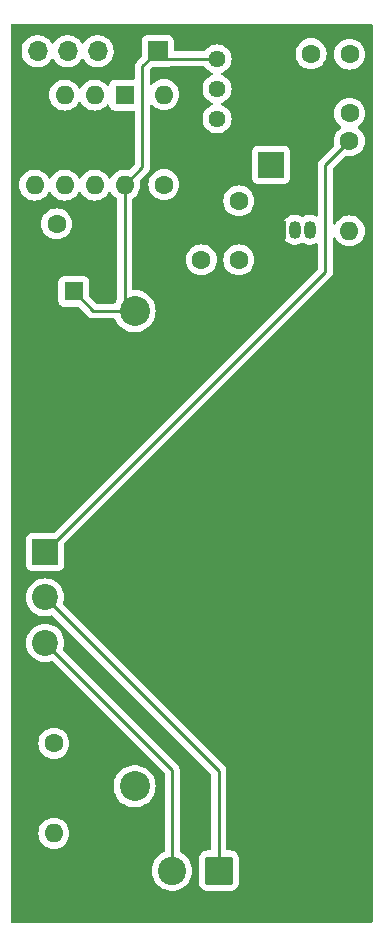
<source format=gbl>
%TF.GenerationSoftware,KiCad,Pcbnew,8.0.7-8.0.7-0~ubuntu22.04.1*%
%TF.CreationDate,2024-12-23T11:54:55+01:00*%
%TF.ProjectId,repeater_v2,72657065-6174-4657-925f-76322e6b6963,rev?*%
%TF.SameCoordinates,Original*%
%TF.FileFunction,Copper,L2,Bot*%
%TF.FilePolarity,Positive*%
%FSLAX46Y46*%
G04 Gerber Fmt 4.6, Leading zero omitted, Abs format (unit mm)*
G04 Created by KiCad (PCBNEW 8.0.7-8.0.7-0~ubuntu22.04.1) date 2024-12-23 11:54:55*
%MOMM*%
%LPD*%
G01*
G04 APERTURE LIST*
G04 Aperture macros list*
%AMRoundRect*
0 Rectangle with rounded corners*
0 $1 Rounding radius*
0 $2 $3 $4 $5 $6 $7 $8 $9 X,Y pos of 4 corners*
0 Add a 4 corners polygon primitive as box body*
4,1,4,$2,$3,$4,$5,$6,$7,$8,$9,$2,$3,0*
0 Add four circle primitives for the rounded corners*
1,1,$1+$1,$2,$3*
1,1,$1+$1,$4,$5*
1,1,$1+$1,$6,$7*
1,1,$1+$1,$8,$9*
0 Add four rect primitives between the rounded corners*
20,1,$1+$1,$2,$3,$4,$5,0*
20,1,$1+$1,$4,$5,$6,$7,0*
20,1,$1+$1,$6,$7,$8,$9,0*
20,1,$1+$1,$8,$9,$2,$3,0*%
G04 Aperture macros list end*
%TA.AperFunction,ComponentPad*%
%ADD10C,1.600000*%
%TD*%
%TA.AperFunction,ComponentPad*%
%ADD11O,1.600000X1.600000*%
%TD*%
%TA.AperFunction,ComponentPad*%
%ADD12R,1.700000X1.700000*%
%TD*%
%TA.AperFunction,ComponentPad*%
%ADD13O,1.700000X1.700000*%
%TD*%
%TA.AperFunction,ComponentPad*%
%ADD14R,2.200000X2.200000*%
%TD*%
%TA.AperFunction,ComponentPad*%
%ADD15O,2.200000X2.200000*%
%TD*%
%TA.AperFunction,ComponentPad*%
%ADD16C,1.440000*%
%TD*%
%TA.AperFunction,ComponentPad*%
%ADD17R,1.050000X1.500000*%
%TD*%
%TA.AperFunction,ComponentPad*%
%ADD18O,1.050000X1.500000*%
%TD*%
%TA.AperFunction,ComponentPad*%
%ADD19R,1.600000X1.600000*%
%TD*%
%TA.AperFunction,ComponentPad*%
%ADD20C,2.540000*%
%TD*%
%TA.AperFunction,ComponentPad*%
%ADD21C,2.200000*%
%TD*%
%TA.AperFunction,ComponentPad*%
%ADD22RoundRect,0.250001X0.949999X0.949999X-0.949999X0.949999X-0.949999X-0.949999X0.949999X-0.949999X0*%
%TD*%
%TA.AperFunction,ComponentPad*%
%ADD23C,2.400000*%
%TD*%
%TA.AperFunction,Conductor*%
%ADD24C,0.250000*%
%TD*%
G04 APERTURE END LIST*
D10*
%TO.P,C2,1*%
%TO.N,Net-(U1-PB2)*%
X55669346Y-40269213D03*
%TO.P,C2,2*%
%TO.N,Net-(Q1-B)*%
X55669346Y-45269213D03*
%TD*%
%TO.P,C1,1*%
%TO.N,Net-(D1-+)*%
X65037233Y-32852856D03*
%TO.P,C1,2*%
%TO.N,Net-(C1-Pad2)*%
X65037233Y-27852856D03*
%TD*%
%TO.P,R4,1*%
%TO.N,Net-(D1-+)*%
X65031734Y-35190000D03*
D11*
%TO.P,R4,2*%
%TO.N,Net-(Q1-C)*%
X65031734Y-42810000D03*
%TD*%
D12*
%TO.P,J2,1,Pin_1*%
%TO.N,+5V*%
X48787370Y-27592601D03*
D13*
%TO.P,J2,2,Pin_2*%
%TO.N,GND*%
X46247370Y-27592601D03*
%TO.P,J2,3,Pin_3*%
%TO.N,UART TX*%
X43707370Y-27592601D03*
%TO.P,J2,4,Pin_4*%
%TO.N,UART RX*%
X41167370Y-27592601D03*
%TO.P,J2,5,Pin_5*%
%TO.N,unconnected-(J2-Pin_5-Pad5)*%
X38627370Y-27592601D03*
%TD*%
D14*
%TO.P,D3,1,K*%
%TO.N,Net-(D3-K)*%
X58376591Y-37205214D03*
D15*
%TO.P,D3,2,A*%
%TO.N,GND*%
X58376591Y-27045214D03*
%TD*%
D16*
%TO.P,RV1,1,1*%
%TO.N,+5V*%
X53823273Y-28247157D03*
%TO.P,RV1,2,2*%
%TO.N,REF VOLTAGE*%
X53823273Y-30787157D03*
%TO.P,RV1,3,3*%
%TO.N,unconnected-(RV1-Pad3)*%
X53823273Y-33327157D03*
%TD*%
D10*
%TO.P,R1,1*%
%TO.N,Net-(D1-+)*%
X40000000Y-86190000D03*
D11*
%TO.P,R1,2*%
%TO.N,Net-(IN1-Pin_1)*%
X40000000Y-93810000D03*
%TD*%
D17*
%TO.P,Q1,1,E*%
%TO.N,GND*%
X59137509Y-42719059D03*
D18*
%TO.P,Q1,2,B*%
%TO.N,Net-(Q1-B)*%
X60407509Y-42719059D03*
%TO.P,Q1,3,C*%
%TO.N,Net-(Q1-C)*%
X61677509Y-42719059D03*
%TD*%
D19*
%TO.P,C3,1*%
%TO.N,+5V*%
X41700494Y-47941934D03*
D10*
%TO.P,C3,2*%
%TO.N,GND*%
X39200494Y-47941934D03*
%TD*%
%TO.P,R2,1*%
%TO.N,Net-(C1-Pad2)*%
X61778891Y-27808645D03*
D11*
%TO.P,R2,2*%
%TO.N,GND*%
X61778891Y-35428645D03*
%TD*%
D10*
%TO.P,R6,1*%
%TO.N,Net-(Q1-B)*%
X52500000Y-45260066D03*
D11*
%TO.P,R6,2*%
%TO.N,GND*%
X52500000Y-37640066D03*
%TD*%
D10*
%TO.P,R3,1*%
%TO.N,Net-(D3-K)*%
X49321573Y-38885597D03*
D11*
%TO.P,R3,2*%
%TO.N,Net-(C1-Pad2)*%
X49321573Y-31265597D03*
%TD*%
D10*
%TO.P,R5,1*%
%TO.N,REF VOLTAGE*%
X40233203Y-42215530D03*
D11*
%TO.P,R5,2*%
%TO.N,GND*%
X47853203Y-42215530D03*
%TD*%
D20*
%TO.P,IN+,1*%
%TO.N,Net-(J3-Pin_1)*%
X46840533Y-89832977D03*
%TO.P,IN+,2*%
%TO.N,GND*%
X64620533Y-89832977D03*
%TO.P,IN+,3*%
X64620533Y-49602977D03*
%TO.P,IN+,4*%
%TO.N,+5V*%
X46835489Y-49593646D03*
%TD*%
D14*
%TO.P,D1,1,+*%
%TO.N,Net-(D1-+)*%
X39269119Y-69996698D03*
D21*
%TO.P,D1,2*%
%TO.N,Net-(J1-Pin_1)*%
X39269119Y-73846698D03*
%TO.P,D1,3*%
%TO.N,Net-(J1-Pin_2)*%
X39269119Y-77696698D03*
%TO.P,D1,4,-*%
%TO.N,GND*%
X39269119Y-81546698D03*
%TD*%
D22*
%TO.P,J1,1,Pin_1*%
%TO.N,Net-(J1-Pin_1)*%
X53974922Y-96978417D03*
D23*
%TO.P,J1,2,Pin_2*%
%TO.N,Net-(J1-Pin_2)*%
X50014922Y-96978417D03*
%TD*%
D19*
%TO.P,U1,1,~{RESET}/PB5*%
%TO.N,unconnected-(U1-~{RESET}{slash}PB5-Pad1)*%
X45996719Y-31312570D03*
D11*
%TO.P,U1,2,XTAL1/PB3*%
%TO.N,UART TX*%
X43456719Y-31312570D03*
%TO.P,U1,3,XTAL2/PB4*%
%TO.N,UART RX*%
X40916719Y-31312570D03*
%TO.P,U1,4,GND*%
%TO.N,GND*%
X38376719Y-31312570D03*
%TO.P,U1,5,AREF/PB0*%
%TO.N,Net-(D3-K)*%
X38376719Y-38932570D03*
%TO.P,U1,6,PB1*%
%TO.N,REF VOLTAGE*%
X40916719Y-38932570D03*
%TO.P,U1,7,PB2*%
%TO.N,Net-(U1-PB2)*%
X43456719Y-38932570D03*
%TO.P,U1,8,VCC*%
%TO.N,+5V*%
X45996719Y-38932570D03*
%TD*%
D24*
%TO.N,Net-(D1-+)*%
X63000000Y-46265817D02*
X63000000Y-37221734D01*
X39269119Y-69996698D02*
X63000000Y-46265817D01*
X63000000Y-37221734D02*
X65031734Y-35190000D01*
%TO.N,Net-(J1-Pin_1)*%
X39269119Y-73846698D02*
X53974922Y-88552501D01*
X53974922Y-88552501D02*
X53974922Y-96978417D01*
%TO.N,Net-(J1-Pin_2)*%
X39269119Y-77696698D02*
X50014922Y-88442501D01*
X50014922Y-88442501D02*
X50014922Y-96978417D01*
%TO.N,+5V*%
X46835489Y-49593646D02*
X43352206Y-49593646D01*
X45996719Y-38932570D02*
X45996719Y-48754876D01*
X47500000Y-37429289D02*
X47500000Y-28879971D01*
X45996719Y-38932570D02*
X47500000Y-37429289D01*
X43352206Y-49593646D02*
X41700494Y-47941934D01*
X47500000Y-28879971D02*
X48787370Y-27592601D01*
X45996719Y-48754876D02*
X46835489Y-49593646D01*
X53823273Y-28247157D02*
X49441926Y-28247157D01*
%TD*%
%TA.AperFunction,Conductor*%
%TO.N,GND*%
G36*
X66943039Y-25300454D02*
G01*
X66988794Y-25353258D01*
X67000000Y-25404769D01*
X67000000Y-101284033D01*
X66980315Y-101351072D01*
X66927511Y-101396827D01*
X66876000Y-101408033D01*
X36465231Y-101408033D01*
X36398192Y-101388348D01*
X36352437Y-101335544D01*
X36341231Y-101284033D01*
X36341231Y-93809998D01*
X38686502Y-93809998D01*
X38686502Y-93810001D01*
X38706456Y-94038081D01*
X38706457Y-94038089D01*
X38765714Y-94259238D01*
X38765718Y-94259249D01*
X38862475Y-94466745D01*
X38862477Y-94466749D01*
X38993802Y-94654300D01*
X39155700Y-94816198D01*
X39343251Y-94947523D01*
X39468091Y-95005736D01*
X39550750Y-95044281D01*
X39550752Y-95044281D01*
X39550757Y-95044284D01*
X39771913Y-95103543D01*
X39934832Y-95117796D01*
X39999998Y-95123498D01*
X40000000Y-95123498D01*
X40000002Y-95123498D01*
X40057021Y-95118509D01*
X40228087Y-95103543D01*
X40449243Y-95044284D01*
X40656749Y-94947523D01*
X40844300Y-94816198D01*
X41006198Y-94654300D01*
X41137523Y-94466749D01*
X41234284Y-94259243D01*
X41293543Y-94038087D01*
X41313498Y-93810000D01*
X41293543Y-93581913D01*
X41234284Y-93360757D01*
X41137523Y-93153251D01*
X41006198Y-92965700D01*
X40844300Y-92803802D01*
X40656749Y-92672477D01*
X40656745Y-92672475D01*
X40449249Y-92575718D01*
X40449238Y-92575714D01*
X40228089Y-92516457D01*
X40228081Y-92516456D01*
X40000002Y-92496502D01*
X39999998Y-92496502D01*
X39771918Y-92516456D01*
X39771910Y-92516457D01*
X39550761Y-92575714D01*
X39550750Y-92575718D01*
X39343254Y-92672475D01*
X39343252Y-92672476D01*
X39343251Y-92672477D01*
X39155700Y-92803802D01*
X39155698Y-92803803D01*
X39155695Y-92803806D01*
X38993806Y-92965695D01*
X38862476Y-93153252D01*
X38862475Y-93153254D01*
X38765718Y-93360750D01*
X38765714Y-93360761D01*
X38706457Y-93581910D01*
X38706456Y-93581918D01*
X38686502Y-93809998D01*
X36341231Y-93809998D01*
X36341231Y-89832972D01*
X45057046Y-89832972D01*
X45057046Y-89832981D01*
X45076965Y-90098789D01*
X45076966Y-90098792D01*
X45136281Y-90358669D01*
X45233667Y-90606803D01*
X45366947Y-90837651D01*
X45501182Y-91005976D01*
X45533148Y-91046060D01*
X45717607Y-91217212D01*
X45728547Y-91227363D01*
X45948790Y-91377522D01*
X46188948Y-91493176D01*
X46188949Y-91493176D01*
X46188952Y-91493178D01*
X46443670Y-91571748D01*
X46707253Y-91611477D01*
X46707254Y-91611477D01*
X46973812Y-91611477D01*
X46973813Y-91611477D01*
X47237396Y-91571748D01*
X47492114Y-91493178D01*
X47732277Y-91377522D01*
X47952519Y-91227363D01*
X48147921Y-91046056D01*
X48314119Y-90837651D01*
X48447399Y-90606803D01*
X48544785Y-90358669D01*
X48604100Y-90098792D01*
X48624020Y-89832977D01*
X48604100Y-89567162D01*
X48544785Y-89307285D01*
X48447399Y-89059151D01*
X48314119Y-88828303D01*
X48147921Y-88619898D01*
X48147920Y-88619897D01*
X48147917Y-88619893D01*
X47952519Y-88438591D01*
X47866739Y-88380107D01*
X47732277Y-88288432D01*
X47732273Y-88288430D01*
X47732270Y-88288428D01*
X47732269Y-88288427D01*
X47492116Y-88172777D01*
X47492118Y-88172777D01*
X47237404Y-88094208D01*
X47237400Y-88094207D01*
X47237396Y-88094206D01*
X47110607Y-88075095D01*
X46973818Y-88054477D01*
X46973813Y-88054477D01*
X46707253Y-88054477D01*
X46707247Y-88054477D01*
X46543099Y-88079219D01*
X46443670Y-88094206D01*
X46443667Y-88094207D01*
X46443661Y-88094208D01*
X46188948Y-88172777D01*
X45948798Y-88288427D01*
X45948796Y-88288428D01*
X45728546Y-88438591D01*
X45533148Y-88619893D01*
X45366947Y-88828303D01*
X45233667Y-89059150D01*
X45136283Y-89307279D01*
X45136278Y-89307296D01*
X45076965Y-89567164D01*
X45057046Y-89832972D01*
X36341231Y-89832972D01*
X36341231Y-86189998D01*
X38686502Y-86189998D01*
X38686502Y-86190001D01*
X38706456Y-86418081D01*
X38706457Y-86418089D01*
X38765714Y-86639238D01*
X38765718Y-86639249D01*
X38862475Y-86846745D01*
X38862477Y-86846749D01*
X38993802Y-87034300D01*
X39155700Y-87196198D01*
X39343251Y-87327523D01*
X39468091Y-87385736D01*
X39550750Y-87424281D01*
X39550752Y-87424281D01*
X39550757Y-87424284D01*
X39771913Y-87483543D01*
X39934832Y-87497796D01*
X39999998Y-87503498D01*
X40000000Y-87503498D01*
X40000002Y-87503498D01*
X40057021Y-87498509D01*
X40228087Y-87483543D01*
X40449243Y-87424284D01*
X40656749Y-87327523D01*
X40844300Y-87196198D01*
X41006198Y-87034300D01*
X41137523Y-86846749D01*
X41234284Y-86639243D01*
X41293543Y-86418087D01*
X41313498Y-86190000D01*
X41293543Y-85961913D01*
X41234284Y-85740757D01*
X41137523Y-85533251D01*
X41006198Y-85345700D01*
X40844300Y-85183802D01*
X40656749Y-85052477D01*
X40656745Y-85052475D01*
X40449249Y-84955718D01*
X40449238Y-84955714D01*
X40228089Y-84896457D01*
X40228081Y-84896456D01*
X40000002Y-84876502D01*
X39999998Y-84876502D01*
X39771918Y-84896456D01*
X39771910Y-84896457D01*
X39550761Y-84955714D01*
X39550750Y-84955718D01*
X39343254Y-85052475D01*
X39343252Y-85052476D01*
X39343251Y-85052477D01*
X39155700Y-85183802D01*
X39155698Y-85183803D01*
X39155695Y-85183806D01*
X38993806Y-85345695D01*
X38862476Y-85533252D01*
X38862475Y-85533254D01*
X38765718Y-85740750D01*
X38765714Y-85740761D01*
X38706457Y-85961910D01*
X38706456Y-85961918D01*
X38686502Y-86189998D01*
X36341231Y-86189998D01*
X36341231Y-77696698D01*
X37655645Y-77696698D01*
X37675510Y-77949104D01*
X37734614Y-78195291D01*
X37831502Y-78429200D01*
X37963787Y-78645068D01*
X37963788Y-78645070D01*
X37963789Y-78645072D01*
X37963791Y-78645074D01*
X38128221Y-78837596D01*
X38320743Y-79002026D01*
X38320745Y-79002027D01*
X38320746Y-79002028D01*
X38320748Y-79002029D01*
X38536616Y-79134314D01*
X38770525Y-79231202D01*
X38770526Y-79231202D01*
X38770528Y-79231203D01*
X39016716Y-79290307D01*
X39269119Y-79310172D01*
X39521522Y-79290307D01*
X39767710Y-79231203D01*
X39767715Y-79231201D01*
X39790164Y-79221903D01*
X39859633Y-79214433D01*
X39922113Y-79245707D01*
X39925299Y-79248782D01*
X49345103Y-88668586D01*
X49378588Y-88729909D01*
X49381422Y-88756267D01*
X49381422Y-95309287D01*
X49361737Y-95376326D01*
X49311224Y-95421007D01*
X49158281Y-95494660D01*
X48946702Y-95638912D01*
X48758994Y-95813078D01*
X48599335Y-96013286D01*
X48471300Y-96235047D01*
X48377750Y-96473410D01*
X48377744Y-96473429D01*
X48320766Y-96723068D01*
X48320765Y-96723073D01*
X48301631Y-96978412D01*
X48301631Y-96978421D01*
X48320765Y-97233760D01*
X48320766Y-97233765D01*
X48377744Y-97483404D01*
X48377746Y-97483413D01*
X48377748Y-97483418D01*
X48471300Y-97721786D01*
X48599335Y-97943548D01*
X48710418Y-98082842D01*
X48758994Y-98143755D01*
X48874745Y-98251155D01*
X48946703Y-98317922D01*
X49158277Y-98462171D01*
X49158282Y-98462173D01*
X49158283Y-98462174D01*
X49158284Y-98462175D01*
X49280812Y-98521181D01*
X49388983Y-98573273D01*
X49388984Y-98573273D01*
X49388987Y-98573275D01*
X49633679Y-98648752D01*
X49633680Y-98648752D01*
X49633683Y-98648753D01*
X49886880Y-98686916D01*
X49886885Y-98686916D01*
X49886888Y-98686917D01*
X49886889Y-98686917D01*
X50142955Y-98686917D01*
X50142956Y-98686917D01*
X50142963Y-98686916D01*
X50396160Y-98648753D01*
X50396161Y-98648752D01*
X50396165Y-98648752D01*
X50640857Y-98573275D01*
X50871568Y-98462171D01*
X51083141Y-98317922D01*
X51270853Y-98143751D01*
X51430509Y-97943548D01*
X51558544Y-97721786D01*
X51652096Y-97483418D01*
X51709077Y-97233770D01*
X51728213Y-96978417D01*
X51709077Y-96723064D01*
X51652096Y-96473416D01*
X51558544Y-96235048D01*
X51430509Y-96013286D01*
X51270853Y-95813083D01*
X51270852Y-95813082D01*
X51270849Y-95813078D01*
X51149911Y-95700865D01*
X51083141Y-95638912D01*
X50959722Y-95554766D01*
X50871571Y-95494665D01*
X50871570Y-95494664D01*
X50871568Y-95494663D01*
X50871562Y-95494660D01*
X50718620Y-95421007D01*
X50666761Y-95374185D01*
X50648422Y-95309287D01*
X50648422Y-88380106D01*
X50648421Y-88380102D01*
X50645957Y-88367715D01*
X50624077Y-88257716D01*
X50576322Y-88142426D01*
X50576321Y-88142425D01*
X50576318Y-88142419D01*
X50506994Y-88038669D01*
X50506993Y-88038668D01*
X50418755Y-87950430D01*
X40821203Y-78352878D01*
X40787718Y-78291555D01*
X40792702Y-78221863D01*
X40794324Y-78217743D01*
X40803622Y-78195294D01*
X40803623Y-78195291D01*
X40803624Y-78195289D01*
X40862728Y-77949101D01*
X40882593Y-77696698D01*
X40862728Y-77444295D01*
X40803624Y-77198107D01*
X40706735Y-76964196D01*
X40706735Y-76964195D01*
X40574450Y-76748327D01*
X40574449Y-76748325D01*
X40574448Y-76748324D01*
X40574447Y-76748322D01*
X40410017Y-76555800D01*
X40217495Y-76391370D01*
X40217493Y-76391368D01*
X40217491Y-76391367D01*
X40217489Y-76391366D01*
X40001621Y-76259081D01*
X39767712Y-76162193D01*
X39521525Y-76103089D01*
X39269119Y-76083224D01*
X39016712Y-76103089D01*
X38770525Y-76162193D01*
X38536616Y-76259081D01*
X38320748Y-76391366D01*
X38320746Y-76391367D01*
X38128221Y-76555800D01*
X37963788Y-76748325D01*
X37963787Y-76748327D01*
X37831502Y-76964195D01*
X37734614Y-77198104D01*
X37675510Y-77444291D01*
X37655645Y-77696698D01*
X36341231Y-77696698D01*
X36341231Y-73846698D01*
X37655645Y-73846698D01*
X37675510Y-74099104D01*
X37734614Y-74345291D01*
X37831502Y-74579200D01*
X37963787Y-74795068D01*
X37963788Y-74795070D01*
X37963789Y-74795072D01*
X37963791Y-74795074D01*
X38128221Y-74987596D01*
X38320743Y-75152026D01*
X38320745Y-75152027D01*
X38320746Y-75152028D01*
X38320748Y-75152029D01*
X38536616Y-75284314D01*
X38770525Y-75381202D01*
X38770526Y-75381202D01*
X38770528Y-75381203D01*
X39016716Y-75440307D01*
X39269119Y-75460172D01*
X39521522Y-75440307D01*
X39767710Y-75381203D01*
X39767715Y-75381201D01*
X39790164Y-75371903D01*
X39859633Y-75364433D01*
X39922113Y-75395707D01*
X39925299Y-75398782D01*
X53305103Y-88778586D01*
X53338588Y-88839909D01*
X53341422Y-88866267D01*
X53341422Y-95145917D01*
X53321737Y-95212956D01*
X53268933Y-95258711D01*
X53217422Y-95269917D01*
X52974370Y-95269917D01*
X52870493Y-95280530D01*
X52702186Y-95336300D01*
X52702183Y-95336301D01*
X52551274Y-95429384D01*
X52551270Y-95429387D01*
X52425892Y-95554765D01*
X52425889Y-95554769D01*
X52332806Y-95705678D01*
X52332805Y-95705681D01*
X52277035Y-95873988D01*
X52266422Y-95977865D01*
X52266422Y-97978968D01*
X52277035Y-98082845D01*
X52332805Y-98251152D01*
X52332806Y-98251155D01*
X52425889Y-98402064D01*
X52425892Y-98402068D01*
X52551270Y-98527446D01*
X52551274Y-98527449D01*
X52702183Y-98620532D01*
X52702186Y-98620533D01*
X52870493Y-98676303D01*
X52870494Y-98676303D01*
X52870497Y-98676304D01*
X52974378Y-98686917D01*
X52974383Y-98686917D01*
X54975461Y-98686917D01*
X54975466Y-98686917D01*
X55079347Y-98676304D01*
X55247660Y-98620532D01*
X55398573Y-98527447D01*
X55523952Y-98402068D01*
X55617037Y-98251155D01*
X55672809Y-98082842D01*
X55683422Y-97978961D01*
X55683422Y-95977873D01*
X55672809Y-95873992D01*
X55672808Y-95873988D01*
X55617038Y-95705681D01*
X55617037Y-95705678D01*
X55523954Y-95554769D01*
X55523951Y-95554765D01*
X55398573Y-95429387D01*
X55398569Y-95429384D01*
X55247660Y-95336301D01*
X55247657Y-95336300D01*
X55079350Y-95280530D01*
X54975473Y-95269917D01*
X54975466Y-95269917D01*
X54732422Y-95269917D01*
X54665383Y-95250232D01*
X54619628Y-95197428D01*
X54608422Y-95145917D01*
X54608422Y-88490106D01*
X54608421Y-88490102D01*
X54598175Y-88438591D01*
X54584077Y-88367716D01*
X54536322Y-88252426D01*
X54536321Y-88252425D01*
X54536318Y-88252419D01*
X54466994Y-88148669D01*
X54460744Y-88142419D01*
X54378755Y-88060430D01*
X40821203Y-74502878D01*
X40787718Y-74441555D01*
X40792702Y-74371863D01*
X40794324Y-74367743D01*
X40803622Y-74345294D01*
X40803623Y-74345291D01*
X40803624Y-74345289D01*
X40862728Y-74099101D01*
X40882593Y-73846698D01*
X40862728Y-73594295D01*
X40803624Y-73348107D01*
X40706735Y-73114196D01*
X40706735Y-73114195D01*
X40574450Y-72898327D01*
X40574449Y-72898325D01*
X40574448Y-72898324D01*
X40574447Y-72898322D01*
X40410017Y-72705800D01*
X40217495Y-72541370D01*
X40217493Y-72541368D01*
X40217491Y-72541367D01*
X40217489Y-72541366D01*
X40001621Y-72409081D01*
X39767712Y-72312193D01*
X39521525Y-72253089D01*
X39269119Y-72233224D01*
X39016712Y-72253089D01*
X38770525Y-72312193D01*
X38536616Y-72409081D01*
X38320748Y-72541366D01*
X38320746Y-72541367D01*
X38128221Y-72705800D01*
X37963788Y-72898325D01*
X37963787Y-72898327D01*
X37831502Y-73114195D01*
X37734614Y-73348104D01*
X37675510Y-73594291D01*
X37655645Y-73846698D01*
X36341231Y-73846698D01*
X36341231Y-68848043D01*
X37660619Y-68848043D01*
X37660619Y-71145352D01*
X37667130Y-71205900D01*
X37667130Y-71205902D01*
X37718230Y-71342902D01*
X37805858Y-71459959D01*
X37922915Y-71547587D01*
X38059918Y-71598687D01*
X38087169Y-71601616D01*
X38120464Y-71605197D01*
X38120481Y-71605198D01*
X40417757Y-71605198D01*
X40417773Y-71605197D01*
X40444811Y-71602289D01*
X40478320Y-71598687D01*
X40615323Y-71547587D01*
X40732380Y-71459959D01*
X40820008Y-71342902D01*
X40871108Y-71205899D01*
X40874710Y-71172390D01*
X40877618Y-71145352D01*
X40877619Y-71145335D01*
X40877619Y-69335464D01*
X40897304Y-69268425D01*
X40913938Y-69247783D01*
X63492069Y-46669653D01*
X63492069Y-46669652D01*
X63492072Y-46669650D01*
X63561401Y-46565892D01*
X63609155Y-46450602D01*
X63617881Y-46406736D01*
X63633499Y-46328215D01*
X63633500Y-46328212D01*
X63633500Y-43466979D01*
X63653185Y-43399940D01*
X63705989Y-43354185D01*
X63775147Y-43344241D01*
X63838703Y-43373266D01*
X63869882Y-43414575D01*
X63886314Y-43449815D01*
X63894211Y-43466749D01*
X64025536Y-43654300D01*
X64187434Y-43816198D01*
X64374985Y-43947523D01*
X64415729Y-43966522D01*
X64582484Y-44044281D01*
X64582486Y-44044281D01*
X64582491Y-44044284D01*
X64803647Y-44103543D01*
X64966566Y-44117796D01*
X65031732Y-44123498D01*
X65031734Y-44123498D01*
X65031736Y-44123498D01*
X65088755Y-44118509D01*
X65259821Y-44103543D01*
X65480977Y-44044284D01*
X65688483Y-43947523D01*
X65876034Y-43816198D01*
X66037932Y-43654300D01*
X66169257Y-43466749D01*
X66266018Y-43259243D01*
X66325277Y-43038087D01*
X66345232Y-42810000D01*
X66325277Y-42581913D01*
X66266018Y-42360757D01*
X66169257Y-42153251D01*
X66037932Y-41965700D01*
X65876034Y-41803802D01*
X65688483Y-41672477D01*
X65688479Y-41672475D01*
X65480983Y-41575718D01*
X65480972Y-41575714D01*
X65259823Y-41516457D01*
X65259815Y-41516456D01*
X65031736Y-41496502D01*
X65031732Y-41496502D01*
X64803652Y-41516456D01*
X64803644Y-41516457D01*
X64582495Y-41575714D01*
X64582484Y-41575718D01*
X64374988Y-41672475D01*
X64374986Y-41672476D01*
X64305030Y-41721460D01*
X64187434Y-41803802D01*
X64187432Y-41803803D01*
X64187429Y-41803806D01*
X64025540Y-41965695D01*
X64025537Y-41965698D01*
X64025536Y-41965700D01*
X64010308Y-41987448D01*
X63894210Y-42153251D01*
X63869882Y-42205425D01*
X63823710Y-42257864D01*
X63756516Y-42277016D01*
X63689635Y-42256800D01*
X63644300Y-42203635D01*
X63633500Y-42153020D01*
X63633500Y-37535500D01*
X63653185Y-37468461D01*
X63669819Y-37447819D01*
X64080690Y-37036948D01*
X64619304Y-36498333D01*
X64680625Y-36464850D01*
X64739075Y-36466240D01*
X64803647Y-36483543D01*
X64966566Y-36497796D01*
X65031732Y-36503498D01*
X65031734Y-36503498D01*
X65031736Y-36503498D01*
X65090747Y-36498335D01*
X65259821Y-36483543D01*
X65480977Y-36424284D01*
X65688483Y-36327523D01*
X65876034Y-36196198D01*
X66037932Y-36034300D01*
X66169257Y-35846749D01*
X66266018Y-35639243D01*
X66325277Y-35418087D01*
X66345232Y-35190000D01*
X66325277Y-34961913D01*
X66266018Y-34740757D01*
X66169257Y-34533251D01*
X66037932Y-34345700D01*
X65876034Y-34183802D01*
X65791950Y-34124925D01*
X65748327Y-34070351D01*
X65741135Y-34000852D01*
X65772657Y-33938498D01*
X65791948Y-33921782D01*
X65881533Y-33859054D01*
X66043431Y-33697156D01*
X66174756Y-33509605D01*
X66271517Y-33302099D01*
X66330776Y-33080943D01*
X66350731Y-32852856D01*
X66330776Y-32624769D01*
X66271517Y-32403613D01*
X66174756Y-32196107D01*
X66043431Y-32008556D01*
X65881533Y-31846658D01*
X65693982Y-31715333D01*
X65692914Y-31714835D01*
X65486482Y-31618574D01*
X65486471Y-31618570D01*
X65265322Y-31559313D01*
X65265314Y-31559312D01*
X65037235Y-31539358D01*
X65037231Y-31539358D01*
X64809151Y-31559312D01*
X64809143Y-31559313D01*
X64587994Y-31618570D01*
X64587983Y-31618574D01*
X64380487Y-31715331D01*
X64380485Y-31715332D01*
X64380484Y-31715333D01*
X64192933Y-31846658D01*
X64192931Y-31846659D01*
X64192928Y-31846662D01*
X64031039Y-32008551D01*
X63899709Y-32196108D01*
X63899708Y-32196110D01*
X63802951Y-32403606D01*
X63802947Y-32403617D01*
X63743690Y-32624766D01*
X63743689Y-32624774D01*
X63723735Y-32852854D01*
X63723735Y-32852857D01*
X63743689Y-33080937D01*
X63743690Y-33080945D01*
X63802947Y-33302094D01*
X63802951Y-33302105D01*
X63899708Y-33509601D01*
X63899710Y-33509605D01*
X64031035Y-33697156D01*
X64192933Y-33859054D01*
X64277016Y-33917929D01*
X64320638Y-33972504D01*
X64327831Y-34042003D01*
X64296309Y-34104357D01*
X64277015Y-34121076D01*
X64187430Y-34183805D01*
X64025540Y-34345695D01*
X64025537Y-34345698D01*
X64025536Y-34345700D01*
X63990923Y-34395133D01*
X63894210Y-34533252D01*
X63894209Y-34533254D01*
X63797452Y-34740750D01*
X63797448Y-34740761D01*
X63738191Y-34961910D01*
X63738190Y-34961918D01*
X63718236Y-35189998D01*
X63718236Y-35190001D01*
X63738190Y-35418081D01*
X63738192Y-35418091D01*
X63755492Y-35482655D01*
X63753829Y-35552504D01*
X63723398Y-35602429D01*
X62596167Y-36729663D01*
X62552047Y-36773783D01*
X62507927Y-36817902D01*
X62438603Y-36921652D01*
X62438598Y-36921661D01*
X62390845Y-37036948D01*
X62390843Y-37036956D01*
X62366500Y-37159335D01*
X62366500Y-41479459D01*
X62346815Y-41546498D01*
X62294011Y-41592253D01*
X62224853Y-41602197D01*
X62173613Y-41582564D01*
X62167060Y-41578186D01*
X62167048Y-41578179D01*
X61978974Y-41500277D01*
X61978962Y-41500274D01*
X61779303Y-41460559D01*
X61779300Y-41460559D01*
X61575718Y-41460559D01*
X61575715Y-41460559D01*
X61376055Y-41500274D01*
X61376043Y-41500277D01*
X61187966Y-41578181D01*
X61111399Y-41629341D01*
X61044721Y-41650218D01*
X60977341Y-41631733D01*
X60973619Y-41629341D01*
X60950294Y-41613756D01*
X60897055Y-41578183D01*
X60897052Y-41578181D01*
X60897051Y-41578181D01*
X60708974Y-41500277D01*
X60708962Y-41500274D01*
X60509303Y-41460559D01*
X60509300Y-41460559D01*
X60305718Y-41460559D01*
X60305715Y-41460559D01*
X60106055Y-41500274D01*
X60106043Y-41500277D01*
X59917969Y-41578179D01*
X59917956Y-41578186D01*
X59748691Y-41691286D01*
X59748687Y-41691289D01*
X59604739Y-41835237D01*
X59604736Y-41835241D01*
X59491636Y-42004506D01*
X59491629Y-42004519D01*
X59413727Y-42192593D01*
X59413724Y-42192605D01*
X59374009Y-42392263D01*
X59374009Y-43045854D01*
X59413724Y-43245512D01*
X59413727Y-43245524D01*
X59491629Y-43433598D01*
X59491636Y-43433611D01*
X59604736Y-43602876D01*
X59604739Y-43602880D01*
X59748687Y-43746828D01*
X59748691Y-43746831D01*
X59917956Y-43859931D01*
X59917969Y-43859938D01*
X60106043Y-43937840D01*
X60106048Y-43937842D01*
X60305713Y-43977558D01*
X60305716Y-43977559D01*
X60305718Y-43977559D01*
X60509302Y-43977559D01*
X60509303Y-43977558D01*
X60708970Y-43937842D01*
X60897055Y-43859935D01*
X60973621Y-43808774D01*
X61040295Y-43787898D01*
X61107675Y-43806382D01*
X61111341Y-43808738D01*
X61187963Y-43859935D01*
X61187966Y-43859936D01*
X61187969Y-43859938D01*
X61376043Y-43937840D01*
X61376048Y-43937842D01*
X61575713Y-43977558D01*
X61575716Y-43977559D01*
X61575718Y-43977559D01*
X61779302Y-43977559D01*
X61779303Y-43977558D01*
X61978970Y-43937842D01*
X62167055Y-43859935D01*
X62167064Y-43859929D01*
X62173607Y-43855558D01*
X62240284Y-43834678D01*
X62307664Y-43853161D01*
X62354356Y-43905139D01*
X62366500Y-43958658D01*
X62366500Y-45952050D01*
X62346815Y-46019089D01*
X62330181Y-46039731D01*
X40018034Y-68351879D01*
X39956711Y-68385364D01*
X39930353Y-68388198D01*
X38120464Y-68388198D01*
X38059916Y-68394709D01*
X38059914Y-68394709D01*
X37922914Y-68445809D01*
X37805858Y-68533437D01*
X37718230Y-68650493D01*
X37667130Y-68787493D01*
X37667130Y-68787495D01*
X37660619Y-68848043D01*
X36341231Y-68848043D01*
X36341231Y-42215528D01*
X38919705Y-42215528D01*
X38919705Y-42215531D01*
X38939659Y-42443611D01*
X38939660Y-42443619D01*
X38998917Y-42664768D01*
X38998921Y-42664779D01*
X39066638Y-42809998D01*
X39095680Y-42872279D01*
X39227005Y-43059830D01*
X39388903Y-43221728D01*
X39576454Y-43353053D01*
X39677004Y-43399940D01*
X39783953Y-43449811D01*
X39783955Y-43449811D01*
X39783960Y-43449814D01*
X40005116Y-43509073D01*
X40168035Y-43523326D01*
X40233201Y-43529028D01*
X40233203Y-43529028D01*
X40233205Y-43529028D01*
X40290224Y-43524039D01*
X40461290Y-43509073D01*
X40682446Y-43449814D01*
X40889952Y-43353053D01*
X41077503Y-43221728D01*
X41239401Y-43059830D01*
X41370726Y-42872279D01*
X41467487Y-42664773D01*
X41526746Y-42443617D01*
X41546701Y-42215530D01*
X41526746Y-41987443D01*
X41467487Y-41766287D01*
X41370726Y-41558781D01*
X41239401Y-41371230D01*
X41077503Y-41209332D01*
X40889952Y-41078007D01*
X40889948Y-41078005D01*
X40682452Y-40981248D01*
X40682441Y-40981244D01*
X40461292Y-40921987D01*
X40461284Y-40921986D01*
X40233205Y-40902032D01*
X40233201Y-40902032D01*
X40005121Y-40921986D01*
X40005113Y-40921987D01*
X39783964Y-40981244D01*
X39783953Y-40981248D01*
X39576457Y-41078005D01*
X39576455Y-41078006D01*
X39506059Y-41127297D01*
X39388903Y-41209332D01*
X39388901Y-41209333D01*
X39388898Y-41209336D01*
X39227009Y-41371225D01*
X39227006Y-41371228D01*
X39227005Y-41371230D01*
X39202143Y-41406737D01*
X39095679Y-41558782D01*
X39095678Y-41558784D01*
X38998921Y-41766280D01*
X38998917Y-41766291D01*
X38939660Y-41987440D01*
X38939659Y-41987448D01*
X38919705Y-42215528D01*
X36341231Y-42215528D01*
X36341231Y-38932568D01*
X37063221Y-38932568D01*
X37063221Y-38932571D01*
X37083175Y-39160651D01*
X37083176Y-39160659D01*
X37142433Y-39381808D01*
X37142437Y-39381819D01*
X37217290Y-39542342D01*
X37239196Y-39589319D01*
X37370521Y-39776870D01*
X37532419Y-39938768D01*
X37719970Y-40070093D01*
X37826744Y-40119882D01*
X37927469Y-40166851D01*
X37927471Y-40166851D01*
X37927476Y-40166854D01*
X38148632Y-40226113D01*
X38311551Y-40240366D01*
X38376717Y-40246068D01*
X38376719Y-40246068D01*
X38376721Y-40246068D01*
X38433740Y-40241079D01*
X38604806Y-40226113D01*
X38825962Y-40166854D01*
X39033468Y-40070093D01*
X39221019Y-39938768D01*
X39382917Y-39776870D01*
X39514242Y-39589319D01*
X39534337Y-39546225D01*
X39580509Y-39493785D01*
X39647702Y-39474633D01*
X39714583Y-39494848D01*
X39759101Y-39546225D01*
X39779196Y-39589319D01*
X39910521Y-39776870D01*
X40072419Y-39938768D01*
X40259970Y-40070093D01*
X40366744Y-40119882D01*
X40467469Y-40166851D01*
X40467471Y-40166851D01*
X40467476Y-40166854D01*
X40688632Y-40226113D01*
X40851551Y-40240366D01*
X40916717Y-40246068D01*
X40916719Y-40246068D01*
X40916721Y-40246068D01*
X40973740Y-40241079D01*
X41144806Y-40226113D01*
X41365962Y-40166854D01*
X41573468Y-40070093D01*
X41761019Y-39938768D01*
X41922917Y-39776870D01*
X42054242Y-39589319D01*
X42074337Y-39546225D01*
X42120509Y-39493785D01*
X42187702Y-39474633D01*
X42254583Y-39494848D01*
X42299101Y-39546225D01*
X42319196Y-39589319D01*
X42450521Y-39776870D01*
X42612419Y-39938768D01*
X42799970Y-40070093D01*
X42906744Y-40119882D01*
X43007469Y-40166851D01*
X43007471Y-40166851D01*
X43007476Y-40166854D01*
X43228632Y-40226113D01*
X43391551Y-40240366D01*
X43456717Y-40246068D01*
X43456719Y-40246068D01*
X43456721Y-40246068D01*
X43513740Y-40241079D01*
X43684806Y-40226113D01*
X43905962Y-40166854D01*
X44113468Y-40070093D01*
X44301019Y-39938768D01*
X44462917Y-39776870D01*
X44594242Y-39589319D01*
X44614337Y-39546225D01*
X44660509Y-39493785D01*
X44727702Y-39474633D01*
X44794583Y-39494848D01*
X44839101Y-39546225D01*
X44859196Y-39589319D01*
X44990521Y-39776870D01*
X45152419Y-39938768D01*
X45310344Y-40049349D01*
X45353968Y-40103924D01*
X45363219Y-40150922D01*
X45363219Y-48553466D01*
X45346606Y-48615466D01*
X45228626Y-48819813D01*
X45228623Y-48819818D01*
X45228623Y-48819820D01*
X45204434Y-48881451D01*
X45161621Y-48936662D01*
X45095751Y-48959963D01*
X45089008Y-48960146D01*
X43665973Y-48960146D01*
X43598934Y-48940461D01*
X43578292Y-48923827D01*
X43045313Y-48390848D01*
X43011828Y-48329525D01*
X43008994Y-48303167D01*
X43008994Y-47093296D01*
X43008993Y-47093279D01*
X43005651Y-47062204D01*
X43002483Y-47032733D01*
X42951383Y-46895730D01*
X42863755Y-46778673D01*
X42746698Y-46691045D01*
X42609697Y-46639945D01*
X42549148Y-46633434D01*
X42549132Y-46633434D01*
X40851856Y-46633434D01*
X40851839Y-46633434D01*
X40791291Y-46639945D01*
X40791289Y-46639945D01*
X40654289Y-46691045D01*
X40537233Y-46778673D01*
X40449605Y-46895729D01*
X40398505Y-47032729D01*
X40398505Y-47032731D01*
X40391994Y-47093279D01*
X40391994Y-48790588D01*
X40398505Y-48851136D01*
X40398505Y-48851138D01*
X40430405Y-48936662D01*
X40449605Y-48988138D01*
X40537233Y-49105195D01*
X40654290Y-49192823D01*
X40791293Y-49243923D01*
X40818544Y-49246852D01*
X40851839Y-49250433D01*
X40851856Y-49250434D01*
X42061727Y-49250434D01*
X42128766Y-49270119D01*
X42149408Y-49286753D01*
X42948369Y-50085715D01*
X42948373Y-50085718D01*
X43052127Y-50155045D01*
X43052129Y-50155045D01*
X43052131Y-50155047D01*
X43133653Y-50188814D01*
X43167421Y-50202801D01*
X43167423Y-50202801D01*
X43167428Y-50202803D01*
X43289807Y-50227145D01*
X43289811Y-50227146D01*
X43289812Y-50227146D01*
X43289813Y-50227146D01*
X43414600Y-50227146D01*
X45089008Y-50227146D01*
X45156047Y-50246831D01*
X45201802Y-50299635D01*
X45204420Y-50305804D01*
X45228623Y-50367472D01*
X45361903Y-50598320D01*
X45496138Y-50766645D01*
X45528104Y-50806729D01*
X45712563Y-50977881D01*
X45723503Y-50988032D01*
X45943746Y-51138191D01*
X46183904Y-51253845D01*
X46183905Y-51253845D01*
X46183908Y-51253847D01*
X46438626Y-51332417D01*
X46702209Y-51372146D01*
X46702210Y-51372146D01*
X46968768Y-51372146D01*
X46968769Y-51372146D01*
X47232352Y-51332417D01*
X47487070Y-51253847D01*
X47727233Y-51138191D01*
X47947475Y-50988032D01*
X48142877Y-50806725D01*
X48309075Y-50598320D01*
X48442355Y-50367472D01*
X48539741Y-50119338D01*
X48599056Y-49859461D01*
X48618976Y-49593646D01*
X48599056Y-49327831D01*
X48539741Y-49067954D01*
X48442355Y-48819820D01*
X48309075Y-48588972D01*
X48142877Y-48380567D01*
X48142876Y-48380566D01*
X48142873Y-48380562D01*
X47947475Y-48199260D01*
X47727233Y-48049101D01*
X47727229Y-48049099D01*
X47727226Y-48049097D01*
X47727225Y-48049096D01*
X47487072Y-47933446D01*
X47487074Y-47933446D01*
X47232360Y-47854877D01*
X47232356Y-47854876D01*
X47232352Y-47854875D01*
X47105563Y-47835764D01*
X46968774Y-47815146D01*
X46968769Y-47815146D01*
X46754219Y-47815146D01*
X46687180Y-47795461D01*
X46641425Y-47742657D01*
X46630219Y-47691146D01*
X46630219Y-45260064D01*
X51186502Y-45260064D01*
X51186502Y-45260067D01*
X51206456Y-45488147D01*
X51206457Y-45488155D01*
X51265714Y-45709304D01*
X51265718Y-45709315D01*
X51362475Y-45916811D01*
X51362477Y-45916815D01*
X51493802Y-46104366D01*
X51655700Y-46266264D01*
X51843251Y-46397589D01*
X51956941Y-46450603D01*
X52050750Y-46494347D01*
X52050752Y-46494347D01*
X52050757Y-46494350D01*
X52271913Y-46553609D01*
X52434832Y-46567862D01*
X52499998Y-46573564D01*
X52500000Y-46573564D01*
X52500002Y-46573564D01*
X52557021Y-46568575D01*
X52728087Y-46553609D01*
X52949243Y-46494350D01*
X53156749Y-46397589D01*
X53344300Y-46266264D01*
X53506198Y-46104366D01*
X53637523Y-45916815D01*
X53734284Y-45709309D01*
X53793543Y-45488153D01*
X53812698Y-45269211D01*
X54355848Y-45269211D01*
X54355848Y-45269214D01*
X54375802Y-45497294D01*
X54375803Y-45497302D01*
X54435060Y-45718451D01*
X54435064Y-45718462D01*
X54527556Y-45916811D01*
X54531823Y-45925962D01*
X54663148Y-46113513D01*
X54825046Y-46275411D01*
X55012597Y-46406736D01*
X55106669Y-46450602D01*
X55220096Y-46503494D01*
X55220098Y-46503494D01*
X55220103Y-46503497D01*
X55441259Y-46562756D01*
X55604178Y-46577009D01*
X55669344Y-46582711D01*
X55669346Y-46582711D01*
X55669348Y-46582711D01*
X55726367Y-46577722D01*
X55897433Y-46562756D01*
X56118589Y-46503497D01*
X56326095Y-46406736D01*
X56513646Y-46275411D01*
X56675544Y-46113513D01*
X56806869Y-45925962D01*
X56903630Y-45718456D01*
X56962889Y-45497300D01*
X56982844Y-45269213D01*
X56962889Y-45041126D01*
X56903630Y-44819970D01*
X56899361Y-44810816D01*
X56806870Y-44612467D01*
X56806869Y-44612465D01*
X56806869Y-44612464D01*
X56675544Y-44424913D01*
X56513646Y-44263015D01*
X56326095Y-44131690D01*
X56306475Y-44122541D01*
X56118595Y-44034931D01*
X56118584Y-44034927D01*
X55897435Y-43975670D01*
X55897427Y-43975669D01*
X55669348Y-43955715D01*
X55669344Y-43955715D01*
X55441264Y-43975669D01*
X55441256Y-43975670D01*
X55220107Y-44034927D01*
X55220096Y-44034931D01*
X55012600Y-44131688D01*
X55012598Y-44131689D01*
X55012597Y-44131690D01*
X54825046Y-44263015D01*
X54825044Y-44263016D01*
X54825041Y-44263019D01*
X54663152Y-44424908D01*
X54531822Y-44612465D01*
X54531821Y-44612467D01*
X54435064Y-44819963D01*
X54435060Y-44819974D01*
X54375803Y-45041123D01*
X54375802Y-45041131D01*
X54355848Y-45269211D01*
X53812698Y-45269211D01*
X53813498Y-45260066D01*
X53793543Y-45031979D01*
X53734284Y-44810823D01*
X53637523Y-44603317D01*
X53506198Y-44415766D01*
X53344300Y-44253868D01*
X53156749Y-44122543D01*
X53156745Y-44122541D01*
X52949249Y-44025784D01*
X52949238Y-44025780D01*
X52728089Y-43966523D01*
X52728081Y-43966522D01*
X52500002Y-43946568D01*
X52499998Y-43946568D01*
X52271918Y-43966522D01*
X52271910Y-43966523D01*
X52050761Y-44025780D01*
X52050750Y-44025784D01*
X51843254Y-44122541D01*
X51843252Y-44122542D01*
X51772856Y-44171833D01*
X51655700Y-44253868D01*
X51655698Y-44253869D01*
X51655695Y-44253872D01*
X51493806Y-44415761D01*
X51493803Y-44415764D01*
X51493802Y-44415766D01*
X51411767Y-44532922D01*
X51362476Y-44603318D01*
X51362475Y-44603320D01*
X51265718Y-44810816D01*
X51265714Y-44810827D01*
X51206457Y-45031976D01*
X51206456Y-45031984D01*
X51186502Y-45260064D01*
X46630219Y-45260064D01*
X46630219Y-40269211D01*
X54355848Y-40269211D01*
X54355848Y-40269214D01*
X54375802Y-40497294D01*
X54375803Y-40497302D01*
X54435060Y-40718451D01*
X54435064Y-40718462D01*
X54520664Y-40902032D01*
X54531823Y-40925962D01*
X54663148Y-41113513D01*
X54825046Y-41275411D01*
X55012597Y-41406736D01*
X55128022Y-41460559D01*
X55220096Y-41503494D01*
X55220098Y-41503494D01*
X55220103Y-41503497D01*
X55441259Y-41562756D01*
X55589370Y-41575714D01*
X55669344Y-41582711D01*
X55669346Y-41582711D01*
X55669348Y-41582711D01*
X55749299Y-41575716D01*
X55897433Y-41562756D01*
X56118589Y-41503497D01*
X56326095Y-41406736D01*
X56513646Y-41275411D01*
X56675544Y-41113513D01*
X56806869Y-40925962D01*
X56903630Y-40718456D01*
X56962889Y-40497300D01*
X56982844Y-40269213D01*
X56962889Y-40041126D01*
X56903630Y-39819970D01*
X56806869Y-39612464D01*
X56675544Y-39424913D01*
X56513646Y-39263015D01*
X56326095Y-39131690D01*
X56326091Y-39131688D01*
X56118595Y-39034931D01*
X56118584Y-39034927D01*
X55897435Y-38975670D01*
X55897427Y-38975669D01*
X55669348Y-38955715D01*
X55669344Y-38955715D01*
X55441264Y-38975669D01*
X55441256Y-38975670D01*
X55220107Y-39034927D01*
X55220096Y-39034931D01*
X55012600Y-39131688D01*
X55012598Y-39131689D01*
X54971228Y-39160657D01*
X54825046Y-39263015D01*
X54825044Y-39263016D01*
X54825041Y-39263019D01*
X54663152Y-39424908D01*
X54531822Y-39612465D01*
X54531821Y-39612467D01*
X54435064Y-39819963D01*
X54435060Y-39819974D01*
X54375803Y-40041123D01*
X54375802Y-40041131D01*
X54355848Y-40269211D01*
X46630219Y-40269211D01*
X46630219Y-40150922D01*
X46649904Y-40083883D01*
X46683092Y-40049349D01*
X46841019Y-39938768D01*
X47002917Y-39776870D01*
X47134242Y-39589319D01*
X47231003Y-39381813D01*
X47290262Y-39160657D01*
X47310217Y-38932570D01*
X47306107Y-38885598D01*
X47306107Y-38885595D01*
X48008075Y-38885595D01*
X48008075Y-38885598D01*
X48028029Y-39113678D01*
X48028030Y-39113686D01*
X48087287Y-39334835D01*
X48087291Y-39334846D01*
X48161901Y-39494848D01*
X48184050Y-39542346D01*
X48315375Y-39729897D01*
X48477273Y-39891795D01*
X48664824Y-40023120D01*
X48765559Y-40070093D01*
X48872323Y-40119878D01*
X48872325Y-40119878D01*
X48872330Y-40119881D01*
X49093486Y-40179140D01*
X49256405Y-40193393D01*
X49321571Y-40199095D01*
X49321573Y-40199095D01*
X49321575Y-40199095D01*
X49378594Y-40194106D01*
X49549660Y-40179140D01*
X49770816Y-40119881D01*
X49978322Y-40023120D01*
X50165873Y-39891795D01*
X50327771Y-39729897D01*
X50459096Y-39542346D01*
X50555857Y-39334840D01*
X50615116Y-39113684D01*
X50635071Y-38885597D01*
X50615116Y-38657510D01*
X50555857Y-38436354D01*
X50459096Y-38228848D01*
X50327771Y-38041297D01*
X50165873Y-37879399D01*
X49978322Y-37748074D01*
X49938211Y-37729370D01*
X49770822Y-37651315D01*
X49770811Y-37651311D01*
X49549662Y-37592054D01*
X49549654Y-37592053D01*
X49321575Y-37572099D01*
X49321571Y-37572099D01*
X49093491Y-37592053D01*
X49093483Y-37592054D01*
X48872334Y-37651311D01*
X48872323Y-37651315D01*
X48664827Y-37748072D01*
X48664825Y-37748073D01*
X48664824Y-37748074D01*
X48477273Y-37879399D01*
X48477271Y-37879400D01*
X48477268Y-37879403D01*
X48315379Y-38041292D01*
X48184049Y-38228849D01*
X48184048Y-38228851D01*
X48087291Y-38436347D01*
X48087287Y-38436358D01*
X48028030Y-38657507D01*
X48028029Y-38657515D01*
X48008075Y-38885595D01*
X47306107Y-38885595D01*
X47290262Y-38704488D01*
X47290262Y-38704483D01*
X47272960Y-38639911D01*
X47274623Y-38570061D01*
X47305052Y-38520139D01*
X47992071Y-37833122D01*
X48061400Y-37729364D01*
X48109155Y-37614074D01*
X48133500Y-37491683D01*
X48133500Y-37366896D01*
X48133500Y-36056559D01*
X56768091Y-36056559D01*
X56768091Y-38353868D01*
X56774602Y-38414416D01*
X56774602Y-38414418D01*
X56825702Y-38551418D01*
X56913330Y-38668475D01*
X57030387Y-38756103D01*
X57167390Y-38807203D01*
X57194641Y-38810132D01*
X57227936Y-38813713D01*
X57227953Y-38813714D01*
X59525229Y-38813714D01*
X59525245Y-38813713D01*
X59552283Y-38810805D01*
X59585792Y-38807203D01*
X59722795Y-38756103D01*
X59839852Y-38668475D01*
X59927480Y-38551418D01*
X59978580Y-38414415D01*
X59982182Y-38380906D01*
X59985090Y-38353868D01*
X59985091Y-38353851D01*
X59985091Y-36056576D01*
X59985090Y-36056559D01*
X59981748Y-36025484D01*
X59978580Y-35996013D01*
X59927480Y-35859010D01*
X59839852Y-35741953D01*
X59722795Y-35654325D01*
X59585794Y-35603225D01*
X59525245Y-35596714D01*
X59525229Y-35596714D01*
X57227953Y-35596714D01*
X57227936Y-35596714D01*
X57167388Y-35603225D01*
X57167386Y-35603225D01*
X57030386Y-35654325D01*
X56913330Y-35741953D01*
X56825702Y-35859009D01*
X56774602Y-35996009D01*
X56774602Y-35996011D01*
X56768091Y-36056559D01*
X48133500Y-36056559D01*
X48133500Y-32227384D01*
X48153185Y-32160345D01*
X48205989Y-32114590D01*
X48275147Y-32104646D01*
X48338703Y-32133671D01*
X48345181Y-32139703D01*
X48477273Y-32271795D01*
X48664824Y-32403120D01*
X48765559Y-32450093D01*
X48872323Y-32499878D01*
X48872325Y-32499878D01*
X48872330Y-32499881D01*
X49093486Y-32559140D01*
X49256405Y-32573393D01*
X49321571Y-32579095D01*
X49321573Y-32579095D01*
X49321575Y-32579095D01*
X49378594Y-32574106D01*
X49549660Y-32559140D01*
X49770816Y-32499881D01*
X49978322Y-32403120D01*
X50165873Y-32271795D01*
X50327771Y-32109897D01*
X50459096Y-31922346D01*
X50555857Y-31714840D01*
X50615116Y-31493684D01*
X50635071Y-31265597D01*
X50615116Y-31037510D01*
X50555857Y-30816354D01*
X50542241Y-30787155D01*
X50481000Y-30655822D01*
X50459096Y-30608848D01*
X50327771Y-30421297D01*
X50165873Y-30259399D01*
X49978322Y-30128074D01*
X49978318Y-30128072D01*
X49770822Y-30031315D01*
X49770811Y-30031311D01*
X49549662Y-29972054D01*
X49549654Y-29972053D01*
X49321575Y-29952099D01*
X49321571Y-29952099D01*
X49093491Y-29972053D01*
X49093483Y-29972054D01*
X48872334Y-30031311D01*
X48872323Y-30031315D01*
X48664827Y-30128072D01*
X48664825Y-30128073D01*
X48664824Y-30128074D01*
X48477273Y-30259399D01*
X48477271Y-30259400D01*
X48477268Y-30259403D01*
X48345181Y-30391491D01*
X48283858Y-30424976D01*
X48214166Y-30419992D01*
X48158233Y-30378120D01*
X48133816Y-30312656D01*
X48133500Y-30303810D01*
X48133500Y-29193737D01*
X48153185Y-29126698D01*
X48169819Y-29106056D01*
X48288455Y-28987420D01*
X48349778Y-28953935D01*
X48376136Y-28951101D01*
X49686008Y-28951101D01*
X49686024Y-28951100D01*
X49713062Y-28948192D01*
X49746571Y-28944590D01*
X49883574Y-28893490D01*
X49883574Y-28893489D01*
X49891882Y-28890391D01*
X49892638Y-28892419D01*
X49938724Y-28880657D01*
X52702583Y-28880657D01*
X52769622Y-28900342D01*
X52804156Y-28933532D01*
X52839933Y-28984627D01*
X52878593Y-29039840D01*
X53030590Y-29191837D01*
X53206671Y-29315130D01*
X53206673Y-29315131D01*
X53206676Y-29315133D01*
X53396915Y-29403843D01*
X53398914Y-29404775D01*
X53451353Y-29450947D01*
X53470505Y-29518141D01*
X53450289Y-29585022D01*
X53398914Y-29629539D01*
X53206678Y-29719180D01*
X53206676Y-29719181D01*
X53030589Y-29842477D01*
X52878593Y-29994473D01*
X52755297Y-30170560D01*
X52755296Y-30170562D01*
X52664452Y-30365378D01*
X52664449Y-30365384D01*
X52608815Y-30573012D01*
X52608814Y-30573020D01*
X52590080Y-30787155D01*
X52590080Y-30787158D01*
X52608814Y-31001293D01*
X52608815Y-31001301D01*
X52664449Y-31208929D01*
X52664450Y-31208931D01*
X52664451Y-31208934D01*
X52712777Y-31312570D01*
X52755297Y-31403754D01*
X52755299Y-31403758D01*
X52878592Y-31579839D01*
X53030590Y-31731837D01*
X53206671Y-31855130D01*
X53206673Y-31855131D01*
X53206676Y-31855133D01*
X53396915Y-31943843D01*
X53398914Y-31944775D01*
X53451353Y-31990947D01*
X53470505Y-32058141D01*
X53450289Y-32125022D01*
X53398914Y-32169539D01*
X53206678Y-32259180D01*
X53206676Y-32259181D01*
X53030589Y-32382477D01*
X52878593Y-32534473D01*
X52755297Y-32710560D01*
X52755296Y-32710562D01*
X52664452Y-32905378D01*
X52664449Y-32905384D01*
X52608815Y-33113012D01*
X52608814Y-33113020D01*
X52590080Y-33327155D01*
X52590080Y-33327158D01*
X52608814Y-33541293D01*
X52608815Y-33541301D01*
X52664449Y-33748929D01*
X52664450Y-33748931D01*
X52664451Y-33748934D01*
X52715800Y-33859052D01*
X52755297Y-33943754D01*
X52755299Y-33943758D01*
X52878592Y-34119839D01*
X53030590Y-34271837D01*
X53206671Y-34395130D01*
X53206673Y-34395131D01*
X53206676Y-34395133D01*
X53401496Y-34485979D01*
X53609131Y-34541615D01*
X53762089Y-34554997D01*
X53823271Y-34560350D01*
X53823273Y-34560350D01*
X53823275Y-34560350D01*
X53876808Y-34555666D01*
X54037415Y-34541615D01*
X54245050Y-34485979D01*
X54439870Y-34395133D01*
X54615954Y-34271838D01*
X54767954Y-34119838D01*
X54891249Y-33943754D01*
X54982095Y-33748934D01*
X55037731Y-33541299D01*
X55056466Y-33327157D01*
X55037731Y-33113015D01*
X54982095Y-32905380D01*
X54891249Y-32710561D01*
X54767954Y-32534476D01*
X54767952Y-32534473D01*
X54615955Y-32382476D01*
X54439874Y-32259183D01*
X54439870Y-32259181D01*
X54328113Y-32207068D01*
X54247629Y-32169538D01*
X54195192Y-32123367D01*
X54176040Y-32056173D01*
X54196256Y-31989292D01*
X54247629Y-31944775D01*
X54439870Y-31855133D01*
X54615954Y-31731838D01*
X54767954Y-31579838D01*
X54891249Y-31403754D01*
X54982095Y-31208934D01*
X55037731Y-31001299D01*
X55056466Y-30787157D01*
X55037731Y-30573015D01*
X54982095Y-30365380D01*
X54891249Y-30170561D01*
X54767954Y-29994476D01*
X54767952Y-29994473D01*
X54615955Y-29842476D01*
X54439874Y-29719183D01*
X54439870Y-29719181D01*
X54439868Y-29719180D01*
X54247629Y-29629538D01*
X54195192Y-29583367D01*
X54176040Y-29516173D01*
X54196256Y-29449292D01*
X54247629Y-29404775D01*
X54439870Y-29315133D01*
X54615954Y-29191838D01*
X54767954Y-29039838D01*
X54891249Y-28863754D01*
X54982095Y-28668934D01*
X55037731Y-28461299D01*
X55056466Y-28247157D01*
X55037731Y-28033015D01*
X54982095Y-27825380D01*
X54974290Y-27808643D01*
X60465393Y-27808643D01*
X60465393Y-27808646D01*
X60485347Y-28036726D01*
X60485348Y-28036734D01*
X60544605Y-28257883D01*
X60544609Y-28257894D01*
X60624805Y-28429874D01*
X60641368Y-28465394D01*
X60772693Y-28652945D01*
X60934591Y-28814843D01*
X61122142Y-28946168D01*
X61216956Y-28990380D01*
X61329641Y-29042926D01*
X61329643Y-29042926D01*
X61329648Y-29042929D01*
X61550804Y-29102188D01*
X61713723Y-29116441D01*
X61778889Y-29122143D01*
X61778891Y-29122143D01*
X61778893Y-29122143D01*
X61835912Y-29117154D01*
X62006978Y-29102188D01*
X62228134Y-29042929D01*
X62435640Y-28946168D01*
X62623191Y-28814843D01*
X62785089Y-28652945D01*
X62916414Y-28465394D01*
X63013175Y-28257888D01*
X63072434Y-28036732D01*
X63088521Y-27852854D01*
X63723735Y-27852854D01*
X63723735Y-27852857D01*
X63743689Y-28080937D01*
X63743690Y-28080945D01*
X63802947Y-28302094D01*
X63802951Y-28302105D01*
X63899708Y-28509601D01*
X63899710Y-28509605D01*
X64031035Y-28697156D01*
X64192933Y-28859054D01*
X64380484Y-28990379D01*
X64486550Y-29039838D01*
X64587983Y-29087137D01*
X64587985Y-29087137D01*
X64587990Y-29087140D01*
X64809146Y-29146399D01*
X64972065Y-29160652D01*
X65037231Y-29166354D01*
X65037233Y-29166354D01*
X65037235Y-29166354D01*
X65094254Y-29161365D01*
X65265320Y-29146399D01*
X65486476Y-29087140D01*
X65693982Y-28990379D01*
X65881533Y-28859054D01*
X66043431Y-28697156D01*
X66174756Y-28509605D01*
X66271517Y-28302099D01*
X66330776Y-28080943D01*
X66350731Y-27852856D01*
X66330776Y-27624769D01*
X66271517Y-27403613D01*
X66174756Y-27196107D01*
X66043431Y-27008556D01*
X65881533Y-26846658D01*
X65693982Y-26715333D01*
X65648154Y-26693963D01*
X65486482Y-26618574D01*
X65486471Y-26618570D01*
X65265322Y-26559313D01*
X65265314Y-26559312D01*
X65037235Y-26539358D01*
X65037231Y-26539358D01*
X64809151Y-26559312D01*
X64809143Y-26559313D01*
X64587994Y-26618570D01*
X64587983Y-26618574D01*
X64380487Y-26715331D01*
X64380485Y-26715332D01*
X64380484Y-26715333D01*
X64192933Y-26846658D01*
X64192931Y-26846659D01*
X64192928Y-26846662D01*
X64031039Y-27008551D01*
X64031036Y-27008554D01*
X64031035Y-27008556D01*
X63975173Y-27088335D01*
X63899709Y-27196108D01*
X63899708Y-27196110D01*
X63802951Y-27403606D01*
X63802947Y-27403617D01*
X63743690Y-27624766D01*
X63743689Y-27624774D01*
X63723735Y-27852854D01*
X63088521Y-27852854D01*
X63090925Y-27825378D01*
X63092389Y-27808646D01*
X63092389Y-27808643D01*
X63086687Y-27743477D01*
X63072434Y-27580558D01*
X63013175Y-27359402D01*
X62916414Y-27151896D01*
X62785089Y-26964345D01*
X62623191Y-26802447D01*
X62435640Y-26671122D01*
X62435636Y-26671120D01*
X62228140Y-26574363D01*
X62228129Y-26574359D01*
X62006980Y-26515102D01*
X62006972Y-26515101D01*
X61778893Y-26495147D01*
X61778889Y-26495147D01*
X61550809Y-26515101D01*
X61550801Y-26515102D01*
X61329652Y-26574359D01*
X61329641Y-26574363D01*
X61122145Y-26671120D01*
X61122143Y-26671121D01*
X61122142Y-26671122D01*
X60934591Y-26802447D01*
X60934589Y-26802448D01*
X60934586Y-26802451D01*
X60772697Y-26964340D01*
X60772694Y-26964343D01*
X60772693Y-26964345D01*
X60724832Y-27032698D01*
X60641367Y-27151897D01*
X60641366Y-27151899D01*
X60544609Y-27359395D01*
X60544605Y-27359406D01*
X60485348Y-27580555D01*
X60485347Y-27580563D01*
X60465393Y-27808643D01*
X54974290Y-27808643D01*
X54891249Y-27630561D01*
X54767954Y-27454476D01*
X54767952Y-27454473D01*
X54615955Y-27302476D01*
X54439874Y-27179183D01*
X54439870Y-27179181D01*
X54439868Y-27179180D01*
X54245050Y-27088335D01*
X54245047Y-27088334D01*
X54245045Y-27088333D01*
X54037417Y-27032699D01*
X54037409Y-27032698D01*
X53823275Y-27013964D01*
X53823271Y-27013964D01*
X53609136Y-27032698D01*
X53609128Y-27032699D01*
X53401500Y-27088333D01*
X53401494Y-27088336D01*
X53206678Y-27179180D01*
X53206676Y-27179181D01*
X53030589Y-27302477D01*
X52878593Y-27454473D01*
X52804158Y-27560780D01*
X52749582Y-27604405D01*
X52702583Y-27613657D01*
X50269870Y-27613657D01*
X50202831Y-27593972D01*
X50157076Y-27541168D01*
X50145870Y-27489657D01*
X50145870Y-26693963D01*
X50145869Y-26693946D01*
X50142527Y-26662871D01*
X50139359Y-26633400D01*
X50133829Y-26618574D01*
X50104283Y-26539358D01*
X50088259Y-26496397D01*
X50000631Y-26379340D01*
X49883574Y-26291712D01*
X49746573Y-26240612D01*
X49686024Y-26234101D01*
X49686008Y-26234101D01*
X47888732Y-26234101D01*
X47888715Y-26234101D01*
X47828167Y-26240612D01*
X47828165Y-26240612D01*
X47691165Y-26291712D01*
X47574109Y-26379340D01*
X47486481Y-26496396D01*
X47435381Y-26633396D01*
X47435381Y-26633398D01*
X47428870Y-26693946D01*
X47428870Y-28003835D01*
X47409185Y-28070874D01*
X47392551Y-28091516D01*
X47096167Y-28387900D01*
X47054201Y-28429866D01*
X47007927Y-28476139D01*
X46938603Y-28579889D01*
X46938598Y-28579898D01*
X46890845Y-28695185D01*
X46890843Y-28695193D01*
X46866500Y-28817572D01*
X46866500Y-29880070D01*
X46846815Y-29947109D01*
X46794011Y-29992864D01*
X46742500Y-30004070D01*
X45148064Y-30004070D01*
X45087516Y-30010581D01*
X45087514Y-30010581D01*
X44950514Y-30061681D01*
X44833458Y-30149309D01*
X44745830Y-30266365D01*
X44694730Y-30403365D01*
X44694730Y-30403367D01*
X44693149Y-30418071D01*
X44666410Y-30482622D01*
X44609017Y-30522469D01*
X44539192Y-30524962D01*
X44479103Y-30489308D01*
X44468293Y-30475949D01*
X44462917Y-30468270D01*
X44301019Y-30306372D01*
X44113468Y-30175047D01*
X44103846Y-30170560D01*
X43905968Y-30078288D01*
X43905957Y-30078284D01*
X43684808Y-30019027D01*
X43684800Y-30019026D01*
X43456721Y-29999072D01*
X43456717Y-29999072D01*
X43228637Y-30019026D01*
X43228629Y-30019027D01*
X43007480Y-30078284D01*
X43007469Y-30078288D01*
X42799973Y-30175045D01*
X42799971Y-30175046D01*
X42799970Y-30175047D01*
X42612419Y-30306372D01*
X42612417Y-30306373D01*
X42612414Y-30306376D01*
X42450525Y-30468265D01*
X42319195Y-30655821D01*
X42299101Y-30698915D01*
X42252928Y-30751354D01*
X42185735Y-30770506D01*
X42118854Y-30750290D01*
X42074337Y-30698915D01*
X42054242Y-30655821D01*
X42021353Y-30608851D01*
X41922917Y-30468270D01*
X41761019Y-30306372D01*
X41573468Y-30175047D01*
X41563846Y-30170560D01*
X41365968Y-30078288D01*
X41365957Y-30078284D01*
X41144808Y-30019027D01*
X41144800Y-30019026D01*
X40916721Y-29999072D01*
X40916717Y-29999072D01*
X40688637Y-30019026D01*
X40688629Y-30019027D01*
X40467480Y-30078284D01*
X40467469Y-30078288D01*
X40259973Y-30175045D01*
X40259971Y-30175046D01*
X40259970Y-30175047D01*
X40072419Y-30306372D01*
X40072417Y-30306373D01*
X40072414Y-30306376D01*
X39910525Y-30468265D01*
X39910522Y-30468268D01*
X39910521Y-30468270D01*
X39870825Y-30524962D01*
X39779195Y-30655822D01*
X39779194Y-30655824D01*
X39682437Y-30863320D01*
X39682433Y-30863331D01*
X39623176Y-31084480D01*
X39623175Y-31084488D01*
X39603221Y-31312568D01*
X39603221Y-31312571D01*
X39623175Y-31540651D01*
X39623176Y-31540659D01*
X39682433Y-31761808D01*
X39682437Y-31761819D01*
X39757290Y-31922342D01*
X39779196Y-31969319D01*
X39910521Y-32156870D01*
X40072419Y-32318768D01*
X40259970Y-32450093D01*
X40366744Y-32499882D01*
X40467469Y-32546851D01*
X40467471Y-32546851D01*
X40467476Y-32546854D01*
X40688632Y-32606113D01*
X40833600Y-32618796D01*
X40916717Y-32626068D01*
X40916719Y-32626068D01*
X40916721Y-32626068D01*
X40999838Y-32618796D01*
X41144806Y-32606113D01*
X41365962Y-32546854D01*
X41573468Y-32450093D01*
X41761019Y-32318768D01*
X41922917Y-32156870D01*
X42054242Y-31969319D01*
X42074337Y-31926225D01*
X42120509Y-31873785D01*
X42187702Y-31854633D01*
X42254583Y-31874848D01*
X42299101Y-31926225D01*
X42319196Y-31969319D01*
X42450521Y-32156870D01*
X42612419Y-32318768D01*
X42799970Y-32450093D01*
X42906744Y-32499882D01*
X43007469Y-32546851D01*
X43007471Y-32546851D01*
X43007476Y-32546854D01*
X43228632Y-32606113D01*
X43373600Y-32618796D01*
X43456717Y-32626068D01*
X43456719Y-32626068D01*
X43456721Y-32626068D01*
X43539838Y-32618796D01*
X43684806Y-32606113D01*
X43905962Y-32546854D01*
X44113468Y-32450093D01*
X44301019Y-32318768D01*
X44462917Y-32156870D01*
X44468285Y-32149202D01*
X44522858Y-32105578D01*
X44592356Y-32098383D01*
X44654712Y-32129903D01*
X44690128Y-32190132D01*
X44693149Y-32207068D01*
X44694730Y-32221772D01*
X44694730Y-32221774D01*
X44730908Y-32318768D01*
X44745830Y-32358774D01*
X44833458Y-32475831D01*
X44950515Y-32563459D01*
X45087518Y-32614559D01*
X45114769Y-32617488D01*
X45148064Y-32621069D01*
X45148081Y-32621070D01*
X46742500Y-32621070D01*
X46809539Y-32640755D01*
X46855294Y-32693559D01*
X46866500Y-32745070D01*
X46866500Y-37115522D01*
X46846815Y-37182561D01*
X46830181Y-37203203D01*
X46409149Y-37624234D01*
X46347826Y-37657719D01*
X46289375Y-37656328D01*
X46224811Y-37639028D01*
X46224807Y-37639027D01*
X46224806Y-37639027D01*
X46224805Y-37639026D01*
X46224800Y-37639026D01*
X45996721Y-37619072D01*
X45996717Y-37619072D01*
X45768637Y-37639026D01*
X45768629Y-37639027D01*
X45547480Y-37698284D01*
X45547469Y-37698288D01*
X45339973Y-37795045D01*
X45339971Y-37795046D01*
X45339970Y-37795047D01*
X45152419Y-37926372D01*
X45152417Y-37926373D01*
X45152414Y-37926376D01*
X44990525Y-38088265D01*
X44859195Y-38275821D01*
X44839101Y-38318915D01*
X44792928Y-38371354D01*
X44725735Y-38390506D01*
X44658854Y-38370290D01*
X44614337Y-38318915D01*
X44594242Y-38275821D01*
X44561353Y-38228851D01*
X44462917Y-38088270D01*
X44301019Y-37926372D01*
X44113468Y-37795047D01*
X44113464Y-37795045D01*
X43905968Y-37698288D01*
X43905957Y-37698284D01*
X43684808Y-37639027D01*
X43684800Y-37639026D01*
X43456721Y-37619072D01*
X43456717Y-37619072D01*
X43228637Y-37639026D01*
X43228629Y-37639027D01*
X43007480Y-37698284D01*
X43007469Y-37698288D01*
X42799973Y-37795045D01*
X42799971Y-37795046D01*
X42799970Y-37795047D01*
X42612419Y-37926372D01*
X42612417Y-37926373D01*
X42612414Y-37926376D01*
X42450525Y-38088265D01*
X42319195Y-38275821D01*
X42299101Y-38318915D01*
X42252928Y-38371354D01*
X42185735Y-38390506D01*
X42118854Y-38370290D01*
X42074337Y-38318915D01*
X42054242Y-38275821D01*
X42021353Y-38228851D01*
X41922917Y-38088270D01*
X41761019Y-37926372D01*
X41573468Y-37795047D01*
X41573464Y-37795045D01*
X41365968Y-37698288D01*
X41365957Y-37698284D01*
X41144808Y-37639027D01*
X41144800Y-37639026D01*
X40916721Y-37619072D01*
X40916717Y-37619072D01*
X40688637Y-37639026D01*
X40688629Y-37639027D01*
X40467480Y-37698284D01*
X40467469Y-37698288D01*
X40259973Y-37795045D01*
X40259971Y-37795046D01*
X40259970Y-37795047D01*
X40072419Y-37926372D01*
X40072417Y-37926373D01*
X40072414Y-37926376D01*
X39910525Y-38088265D01*
X39779195Y-38275821D01*
X39759101Y-38318915D01*
X39712928Y-38371354D01*
X39645735Y-38390506D01*
X39578854Y-38370290D01*
X39534337Y-38318915D01*
X39514242Y-38275821D01*
X39481353Y-38228851D01*
X39382917Y-38088270D01*
X39221019Y-37926372D01*
X39033468Y-37795047D01*
X39033464Y-37795045D01*
X38825968Y-37698288D01*
X38825957Y-37698284D01*
X38604808Y-37639027D01*
X38604800Y-37639026D01*
X38376721Y-37619072D01*
X38376717Y-37619072D01*
X38148637Y-37639026D01*
X38148629Y-37639027D01*
X37927480Y-37698284D01*
X37927469Y-37698288D01*
X37719973Y-37795045D01*
X37719971Y-37795046D01*
X37719970Y-37795047D01*
X37532419Y-37926372D01*
X37532417Y-37926373D01*
X37532414Y-37926376D01*
X37370525Y-38088265D01*
X37239195Y-38275822D01*
X37239194Y-38275824D01*
X37142437Y-38483320D01*
X37142433Y-38483331D01*
X37083176Y-38704480D01*
X37083175Y-38704488D01*
X37063221Y-38932568D01*
X36341231Y-38932568D01*
X36341231Y-27592595D01*
X37264214Y-27592595D01*
X37264214Y-27592606D01*
X37282804Y-27816960D01*
X37282806Y-27816972D01*
X37338073Y-28035215D01*
X37428510Y-28241393D01*
X37551646Y-28429866D01*
X37551654Y-28429877D01*
X37704126Y-28595503D01*
X37704130Y-28595507D01*
X37881794Y-28733790D01*
X37881795Y-28733790D01*
X37881797Y-28733792D01*
X38008505Y-28802362D01*
X38079796Y-28840943D01*
X38292735Y-28914045D01*
X38514801Y-28951101D01*
X38739939Y-28951101D01*
X38962005Y-28914045D01*
X39174944Y-28840943D01*
X39372946Y-28733790D01*
X39550610Y-28595507D01*
X39670389Y-28465394D01*
X39703085Y-28429877D01*
X39703085Y-28429876D01*
X39703092Y-28429869D01*
X39793563Y-28291391D01*
X39846708Y-28246038D01*
X39915939Y-28236614D01*
X39979275Y-28266116D01*
X40001174Y-28291388D01*
X40091648Y-28429869D01*
X40091653Y-28429874D01*
X40091654Y-28429877D01*
X40244126Y-28595503D01*
X40244130Y-28595507D01*
X40421794Y-28733790D01*
X40421795Y-28733790D01*
X40421797Y-28733792D01*
X40548505Y-28802362D01*
X40619796Y-28840943D01*
X40832735Y-28914045D01*
X41054801Y-28951101D01*
X41279939Y-28951101D01*
X41502005Y-28914045D01*
X41714944Y-28840943D01*
X41912946Y-28733790D01*
X42090610Y-28595507D01*
X42210389Y-28465394D01*
X42243085Y-28429877D01*
X42243085Y-28429876D01*
X42243092Y-28429869D01*
X42333563Y-28291391D01*
X42386708Y-28246038D01*
X42455939Y-28236614D01*
X42519275Y-28266116D01*
X42541174Y-28291388D01*
X42631648Y-28429869D01*
X42631653Y-28429874D01*
X42631654Y-28429877D01*
X42784126Y-28595503D01*
X42784130Y-28595507D01*
X42961794Y-28733790D01*
X42961795Y-28733790D01*
X42961797Y-28733792D01*
X43088505Y-28802362D01*
X43159796Y-28840943D01*
X43372735Y-28914045D01*
X43594801Y-28951101D01*
X43819939Y-28951101D01*
X44042005Y-28914045D01*
X44254944Y-28840943D01*
X44452946Y-28733790D01*
X44630610Y-28595507D01*
X44750389Y-28465394D01*
X44783085Y-28429877D01*
X44783087Y-28429874D01*
X44783092Y-28429869D01*
X44906230Y-28241392D01*
X44996666Y-28035217D01*
X45051934Y-27816969D01*
X45052624Y-27808643D01*
X45070526Y-27592606D01*
X45070526Y-27592595D01*
X45051935Y-27368241D01*
X45051933Y-27368229D01*
X45004059Y-27179180D01*
X44996666Y-27149985D01*
X44906230Y-26943810D01*
X44890076Y-26919085D01*
X44783093Y-26755335D01*
X44783085Y-26755324D01*
X44630613Y-26589698D01*
X44630608Y-26589693D01*
X44452947Y-26451413D01*
X44452942Y-26451409D01*
X44254950Y-26344262D01*
X44254947Y-26344260D01*
X44254944Y-26344259D01*
X44254941Y-26344258D01*
X44254939Y-26344257D01*
X44042007Y-26271157D01*
X43819939Y-26234101D01*
X43594801Y-26234101D01*
X43372732Y-26271157D01*
X43159800Y-26344257D01*
X43159789Y-26344262D01*
X42961797Y-26451409D01*
X42961792Y-26451413D01*
X42784131Y-26589693D01*
X42784126Y-26589698D01*
X42631654Y-26755324D01*
X42631646Y-26755335D01*
X42541178Y-26893807D01*
X42488032Y-26939163D01*
X42418801Y-26948587D01*
X42355465Y-26919085D01*
X42333562Y-26893807D01*
X42243093Y-26755335D01*
X42243085Y-26755324D01*
X42090613Y-26589698D01*
X42090608Y-26589693D01*
X41912947Y-26451413D01*
X41912942Y-26451409D01*
X41714950Y-26344262D01*
X41714947Y-26344260D01*
X41714944Y-26344259D01*
X41714941Y-26344258D01*
X41714939Y-26344257D01*
X41502007Y-26271157D01*
X41279939Y-26234101D01*
X41054801Y-26234101D01*
X40832732Y-26271157D01*
X40619800Y-26344257D01*
X40619789Y-26344262D01*
X40421797Y-26451409D01*
X40421792Y-26451413D01*
X40244131Y-26589693D01*
X40244126Y-26589698D01*
X40091654Y-26755324D01*
X40091646Y-26755335D01*
X40001178Y-26893807D01*
X39948032Y-26939163D01*
X39878801Y-26948587D01*
X39815465Y-26919085D01*
X39793562Y-26893807D01*
X39703093Y-26755335D01*
X39703085Y-26755324D01*
X39550613Y-26589698D01*
X39550608Y-26589693D01*
X39372947Y-26451413D01*
X39372942Y-26451409D01*
X39174950Y-26344262D01*
X39174947Y-26344260D01*
X39174944Y-26344259D01*
X39174941Y-26344258D01*
X39174939Y-26344257D01*
X38962007Y-26271157D01*
X38739939Y-26234101D01*
X38514801Y-26234101D01*
X38292732Y-26271157D01*
X38079800Y-26344257D01*
X38079789Y-26344262D01*
X37881797Y-26451409D01*
X37881792Y-26451413D01*
X37704131Y-26589693D01*
X37704126Y-26589698D01*
X37551654Y-26755324D01*
X37551646Y-26755335D01*
X37428510Y-26943808D01*
X37338073Y-27149986D01*
X37282806Y-27368229D01*
X37282804Y-27368241D01*
X37264214Y-27592595D01*
X36341231Y-27592595D01*
X36341231Y-25404769D01*
X36360916Y-25337730D01*
X36413720Y-25291975D01*
X36465231Y-25280769D01*
X66876000Y-25280769D01*
X66943039Y-25300454D01*
G37*
%TD.AperFunction*%
%TD*%
M02*

</source>
